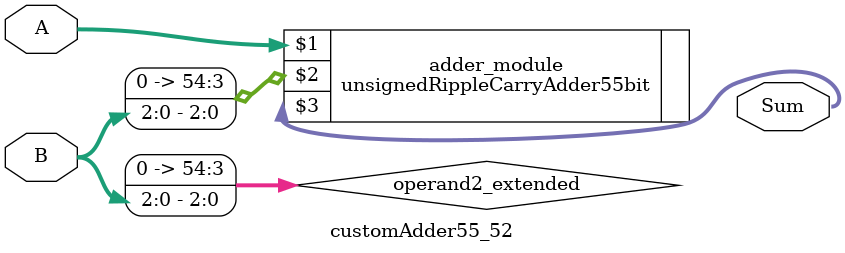
<source format=v>
module customAdder55_52(
                        input [54 : 0] A,
                        input [2 : 0] B,
                        
                        output [55 : 0] Sum
                );

        wire [54 : 0] operand2_extended;
        
        assign operand2_extended =  {52'b0, B};
        
        unsignedRippleCarryAdder55bit adder_module(
            A,
            operand2_extended,
            Sum
        );
        
        endmodule
        
</source>
